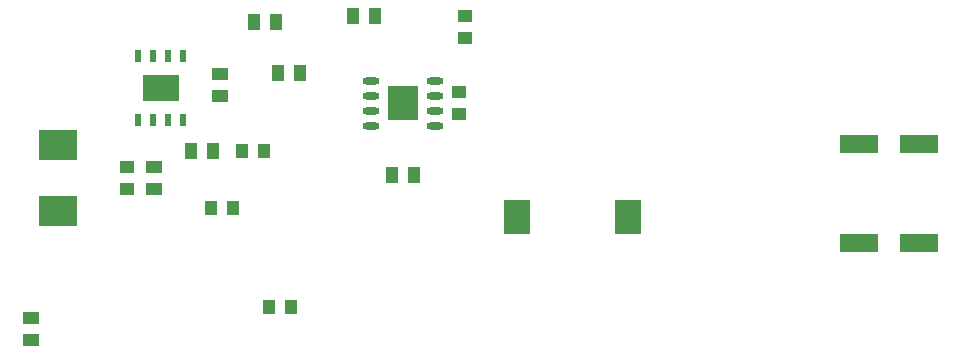
<source format=gtp>
G04*
G04 #@! TF.GenerationSoftware,Altium Limited,Altium Designer,20.0.12 (288)*
G04*
G04 Layer_Color=8421504*
%FSLAX25Y25*%
%MOIN*%
G70*
G01*
G75*
%ADD16R,0.04134X0.05118*%
%ADD17R,0.05118X0.04134*%
%ADD18R,0.12795X0.09843*%
%ADD19R,0.09843X0.11811*%
%ADD20O,0.05709X0.02362*%
%ADD21R,0.01968X0.04331*%
%ADD22R,0.12205X0.08661*%
%ADD23R,0.12598X0.06299*%
%ADD24R,0.04134X0.05512*%
%ADD25R,0.05512X0.04134*%
%ADD26R,0.09055X0.11417*%
D16*
X191642Y104000D02*
D03*
X184358D02*
D03*
X175358Y156000D02*
D03*
X182642D02*
D03*
X165000Y137000D02*
D03*
X172283D02*
D03*
D17*
X249500Y193717D02*
D03*
Y201000D02*
D03*
X247500Y168358D02*
D03*
Y175642D02*
D03*
X137000Y150642D02*
D03*
Y143358D02*
D03*
D18*
X114000Y135953D02*
D03*
Y158000D02*
D03*
D19*
X229000Y172000D02*
D03*
D20*
X239728Y164500D02*
D03*
Y169500D02*
D03*
Y174500D02*
D03*
Y179500D02*
D03*
X218272Y164500D02*
D03*
Y169500D02*
D03*
Y174500D02*
D03*
Y179500D02*
D03*
D21*
X145461Y187756D02*
D03*
X150461D02*
D03*
X155461D02*
D03*
X140461D02*
D03*
Y166496D02*
D03*
X155461D02*
D03*
X150461D02*
D03*
X145461D02*
D03*
D22*
X148158Y177028D02*
D03*
D23*
X401079Y158500D02*
D03*
X381000D02*
D03*
X401079Y125500D02*
D03*
X381000D02*
D03*
D24*
X212358Y201000D02*
D03*
X219642D02*
D03*
X194642Y182000D02*
D03*
X187358D02*
D03*
X232642Y148000D02*
D03*
X225358D02*
D03*
X158358Y156000D02*
D03*
X165642D02*
D03*
X179358Y199000D02*
D03*
X186642D02*
D03*
D25*
X105000Y93000D02*
D03*
Y100284D02*
D03*
X146000Y150642D02*
D03*
Y143358D02*
D03*
X168000Y181642D02*
D03*
Y174358D02*
D03*
D26*
X267094Y134000D02*
D03*
X303906D02*
D03*
M02*

</source>
